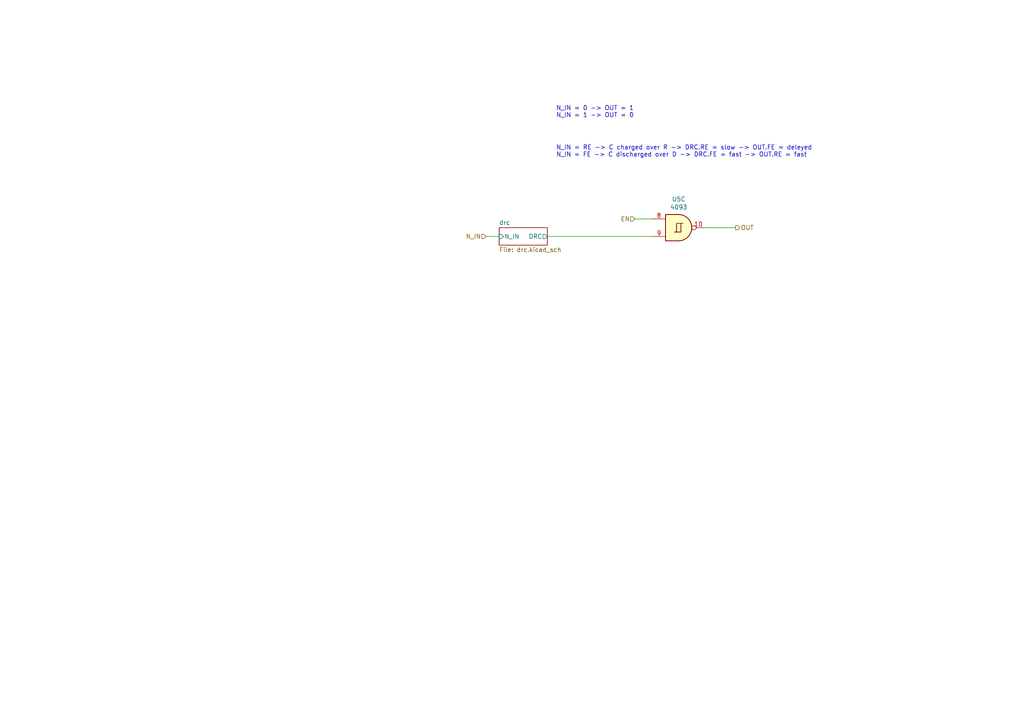
<source format=kicad_sch>
(kicad_sch (version 20211123) (generator eeschema)
  (paper "A4")
  (lib_symbols
    (symbol "4xxx:HEF4093B" (pin_names (offset 1.016))
      (property "Reference" "U" (at 0 1.27 0))
      (property "Value" "HEF4093B" (at 0 -1.27 0))
      (symbol "HEF4093B_1_0"
        (polyline (pts (xy -0.635 -1.27) (xy -0.635 1.27) (xy 0.635 1.27)))
        (polyline (pts (xy -0.635 -1.27) (xy -0.635 1.27) (xy 0.635 1.27)))
        (polyline (pts (xy -1.27 -1.27) (xy 0.635 -1.27) (xy 0.635 1.27) (xy 1.27 1.27)))
        (polyline (pts (xy -1.27 -1.27) (xy 0.635 -1.27) (xy 0.635 1.27) (xy 1.27 1.27)))
      )
      (symbol "HEF4093B_1_1"
        (arc (start 0 -3.81) (mid 3.81 0) (end 0 3.81) (stroke (width 0.254)) (fill (type background)))
        (polyline (pts (xy 0 3.81) (xy -3.81 3.81) (xy -3.81 -3.81) (xy 0 -3.81)) (stroke (width 0.254)) (fill (type background)))
        (pin input line (at -7.62 2.54 0) (length 3.81) (name "~") (number "1"))
        (pin input line (at -7.62 -2.54 0) (length 3.81) (name "~") (number "2"))
        (pin output inverted (at 7.62 0 180) (length 3.81) (name "~") (number "3"))
      )
      (symbol "HEF4093B_1_2"
        (arc (start -3.81 -3.81) (mid -2.589 0) (end -3.81 3.81) (stroke (width 0.254)))
        (arc (start -0.6096 -3.81) (mid 2.1842 -2.5851) (end 3.81 0) (stroke (width 0.254)) (fill (type background)))
        (polyline (pts (xy -3.81 -3.81) (xy -0.635 -3.81)) (stroke (width 0.254)) (fill (type background)))
        (polyline (pts (xy -3.81 3.81) (xy -0.635 3.81)) (stroke (width 0.254)) (fill (type background)))
        (polyline (pts (xy -0.635 3.81) (xy -3.81 3.81) (xy -3.81 3.81) (xy -3.556 3.4036) (xy -3.0226 2.2606) (xy -2.6924 1.0414) (xy -2.6162 -0.254) (xy -2.7686 -1.4986) (xy -3.175 -2.7178) (xy -3.81 -3.81) (xy -3.81 -3.81) (xy -0.635 -3.81)) (stroke (width -25.4)) (fill (type background)))
        (arc (start 3.81 0) (mid 2.1915 2.5936) (end -0.6096 3.81) (stroke (width 0.254)) (fill (type background)))
        (pin input inverted (at -7.62 2.54 0) (length 4.318) (name "~") (number "1"))
        (pin input inverted (at -7.62 -2.54 0) (length 4.318) (name "~") (number "2"))
        (pin output line (at 7.62 0 180) (length 3.81) (name "~") (number "3"))
      )
      (symbol "HEF4093B_2_0"
        (polyline (pts (xy -0.635 -1.27) (xy -0.635 1.27) (xy 0.635 1.27)))
        (polyline (pts (xy -0.635 -1.27) (xy -0.635 1.27) (xy 0.635 1.27)))
        (polyline (pts (xy -1.27 -1.27) (xy 0.635 -1.27) (xy 0.635 1.27) (xy 1.27 1.27)))
        (polyline (pts (xy -1.27 -1.27) (xy 0.635 -1.27) (xy 0.635 1.27) (xy 1.27 1.27)))
      )
      (symbol "HEF4093B_2_1"
        (arc (start 0 -3.81) (mid 3.81 0) (end 0 3.81) (stroke (width 0.254)) (fill (type background)))
        (polyline (pts (xy 0 3.81) (xy -3.81 3.81) (xy -3.81 -3.81) (xy 0 -3.81)) (stroke (width 0.254)) (fill (type background)))
        (pin output inverted (at 7.62 0 180) (length 3.81) (name "~") (number "4"))
        (pin input line (at -7.62 2.54 0) (length 3.81) (name "~") (number "5"))
        (pin input line (at -7.62 -2.54 0) (length 3.81) (name "~") (number "6"))
      )
      (symbol "HEF4093B_2_2"
        (arc (start -3.81 -3.81) (mid -2.589 0) (end -3.81 3.81) (stroke (width 0.254)))
        (arc (start -0.6096 -3.81) (mid 2.1842 -2.5851) (end 3.81 0) (stroke (width 0.254)) (fill (type background)))
        (polyline (pts (xy -3.81 -3.81) (xy -0.635 -3.81)) (stroke (width 0.254)) (fill (type background)))
        (polyline (pts (xy -3.81 3.81) (xy -0.635 3.81)) (stroke (width 0.254)) (fill (type background)))
        (polyline (pts (xy -0.635 3.81) (xy -3.81 3.81) (xy -3.81 3.81) (xy -3.556 3.4036) (xy -3.0226 2.2606) (xy -2.6924 1.0414) (xy -2.6162 -0.254) (xy -2.7686 -1.4986) (xy -3.175 -2.7178) (xy -3.81 -3.81) (xy -3.81 -3.81) (xy -0.635 -3.81)) (stroke (width -25.4)) (fill (type background)))
        (arc (start 3.81 0) (mid 2.1915 2.5936) (end -0.6096 3.81) (stroke (width 0.254)) (fill (type background)))
        (pin output line (at 7.62 0 180) (length 3.81) (name "~") (number "4"))
        (pin input inverted (at -7.62 2.54 0) (length 4.318) (name "~") (number "5"))
        (pin input inverted (at -7.62 -2.54 0) (length 4.318) (name "~") (number "6"))
      )
      (symbol "HEF4093B_3_0"
        (polyline (pts (xy -0.635 -1.27) (xy -0.635 1.27) (xy 0.635 1.27)))
        (polyline (pts (xy -0.635 -1.27) (xy -0.635 1.27) (xy 0.635 1.27)))
        (polyline (pts (xy -1.27 -1.27) (xy 0.635 -1.27) (xy 0.635 1.27) (xy 1.27 1.27)))
        (polyline (pts (xy -1.27 -1.27) (xy 0.635 -1.27) (xy 0.635 1.27) (xy 1.27 1.27)))
      )
      (symbol "HEF4093B_3_1"
        (arc (start 0 -3.81) (mid 3.81 0) (end 0 3.81) (stroke (width 0.254)) (fill (type background)))
        (polyline (pts (xy 0 3.81) (xy -3.81 3.81) (xy -3.81 -3.81) (xy 0 -3.81)) (stroke (width 0.254)) (fill (type background)))
        (pin output inverted (at 7.62 0 180) (length 3.81) (name "~") (number "10"))
        (pin input line (at -7.62 2.54 0) (length 3.81) (name "~") (number "8"))
        (pin input line (at -7.62 -2.54 0) (length 3.81) (name "~") (number "9"))
      )
      (symbol "HEF4093B_3_2"
        (arc (start -3.81 -3.81) (mid -2.589 0) (end -3.81 3.81) (stroke (width 0.254)))
        (arc (start -0.6096 -3.81) (mid 2.1842 -2.5851) (end 3.81 0) (stroke (width 0.254)) (fill (type background)))
        (polyline (pts (xy -3.81 -3.81) (xy -0.635 -3.81)) (stroke (width 0.254)) (fill (type background)))
        (polyline (pts (xy -3.81 3.81) (xy -0.635 3.81)) (stroke (width 0.254)) (fill (type background)))
        (polyline (pts (xy -0.635 3.81) (xy -3.81 3.81) (xy -3.81 3.81) (xy -3.556 3.4036) (xy -3.0226 2.2606) (xy -2.6924 1.0414) (xy -2.6162 -0.254) (xy -2.7686 -1.4986) (xy -3.175 -2.7178) (xy -3.81 -3.81) (xy -3.81 -3.81) (xy -0.635 -3.81)) (stroke (width -25.4)) (fill (type background)))
        (arc (start 3.81 0) (mid 2.1915 2.5936) (end -0.6096 3.81) (stroke (width 0.254)) (fill (type background)))
        (pin output line (at 7.62 0 180) (length 3.81) (name "~") (number "10"))
        (pin input inverted (at -7.62 2.54 0) (length 4.318) (name "~") (number "8"))
        (pin input inverted (at -7.62 -2.54 0) (length 4.318) (name "~") (number "9"))
      )
      (symbol "HEF4093B_4_0"
        (polyline (pts (xy -0.635 -1.27) (xy -0.635 1.27) (xy 0.635 1.27)))
        (polyline (pts (xy -0.635 -1.27) (xy -0.635 1.27) (xy 0.635 1.27)))
        (polyline (pts (xy -1.27 -1.27) (xy 0.635 -1.27) (xy 0.635 1.27) (xy 1.27 1.27)))
        (polyline (pts (xy -1.27 -1.27) (xy 0.635 -1.27) (xy 0.635 1.27) (xy 1.27 1.27)))
      )
      (symbol "HEF4093B_4_1"
        (arc (start 0 -3.81) (mid 3.81 0) (end 0 3.81) (stroke (width 0.254)) (fill (type background)))
        (polyline (pts (xy 0 3.81) (xy -3.81 3.81) (xy -3.81 -3.81) (xy 0 -3.81)) (stroke (width 0.254)) (fill (type background)))
        (pin output inverted (at 7.62 0 180) (length 3.81) (name "~") (number "11"))
        (pin input line (at -7.62 2.54 0) (length 3.81) (name "~") (number "12"))
        (pin input line (at -7.62 -2.54 0) (length 3.81) (name "~") (number "13"))
      )
      (symbol "HEF4093B_4_2"
        (arc (start -3.81 -3.81) (mid -2.589 0) (end -3.81 3.81) (stroke (width 0.254)))
        (arc (start -0.6096 -3.81) (mid 2.1842 -2.5851) (end 3.81 0) (stroke (width 0.254)) (fill (type background)))
        (polyline (pts (xy -3.81 -3.81) (xy -0.635 -3.81)) (stroke (width 0.254)) (fill (type background)))
        (polyline (pts (xy -3.81 3.81) (xy -0.635 3.81)) (stroke (width 0.254)) (fill (type background)))
        (polyline (pts (xy -0.635 3.81) (xy -3.81 3.81) (xy -3.81 3.81) (xy -3.556 3.4036) (xy -3.0226 2.2606) (xy -2.6924 1.0414) (xy -2.6162 -0.254) (xy -2.7686 -1.4986) (xy -3.175 -2.7178) (xy -3.81 -3.81) (xy -3.81 -3.81) (xy -0.635 -3.81)) (stroke (width -25.4)) (fill (type background)))
        (arc (start 3.81 0) (mid 2.1915 2.5936) (end -0.6096 3.81) (stroke (width 0.254)) (fill (type background)))
        (pin output line (at 7.62 0 180) (length 3.81) (name "~") (number "11"))
        (pin input inverted (at -7.62 2.54 0) (length 4.318) (name "~") (number "12"))
        (pin input inverted (at -7.62 -2.54 0) (length 4.318) (name "~") (number "13"))
      )
      (symbol "HEF4093B_5_0"
        (pin power_in line (at 0 12.7 270) (length 5.08) (name "VCC") (number "14"))
        (pin power_in line (at 0 -12.7 90) (length 5.08) (name "GND") (number "7"))
      )
      (symbol "HEF4093B_5_1"
        (rectangle (start -5.08 7.62) (end 5.08 -7.62) (stroke (width 0.254)) (fill (type background)))
      )
    )
  )
  (wire (pts (xy 158.75 68.58) (xy 189.23 68.58)))
  (wire (pts (xy 184.15 63.5) (xy 189.23 63.5)))
  (wire (pts (xy 213.36 66.04) (xy 204.47 66.04)))
  (wire (pts (xy 140.97 68.58) (xy 144.78 68.58)))
  (text "N_IN = RE -> C charged over R -> DRC.RE = slow -> OUT.FE = deleyed\nN_IN = FE -> C discharged over D -> DRC.FE = fast -> OUT.RE = fast" (at 161.29 45.72 0) (effects (font (size 1.27 1.27)) (justify left bottom)))
  (text "N_IN = 0 -> OUT = 1\nN_IN = 1 -> OUT = 0\n" (at 161.29 34.29 0) (effects (font (size 1.27 1.27)) (justify left bottom)))
  (hierarchical_label "EN" (shape input) (at 184.15 63.5 180))
  (hierarchical_label "N_IN" (shape input) (at 140.97 68.58 180))
  (hierarchical_label "OUT" (shape output) (at 213.36 66.04 0))
  (symbol (lib_id "4xxx:HEF4093B") (at 196.85 66.04 0) (unit 3)
    (property "Reference" "U5" (at 196.85 57.785 0))
    (property "Value" "4093" (at 196.85 60.0964 0))
    (property "Footprint" "Package_DIP:DIP-14_W7.62mm" (effects hide))
    (property "Datasheet" "https://assets.nexperia.com/documents/data-sheet/HEF4093B.pdf" (effects hide))
  )
  (sheet (at 144.78 66.04) (size 13.97 5.08)
    (property "Sheet name" "drc" (at 144.78 65.3284 0) (effects (justify left bottom)))
    (property "Sheet file" "drc.kicad_sch" (at 144.78 71.7046 0) (effects (justify left top)))
    (pin "DRC" output (at 158.75 68.58 0))
    (pin "N_IN" input (at 144.78 68.58 180))
  )
)
</source>
